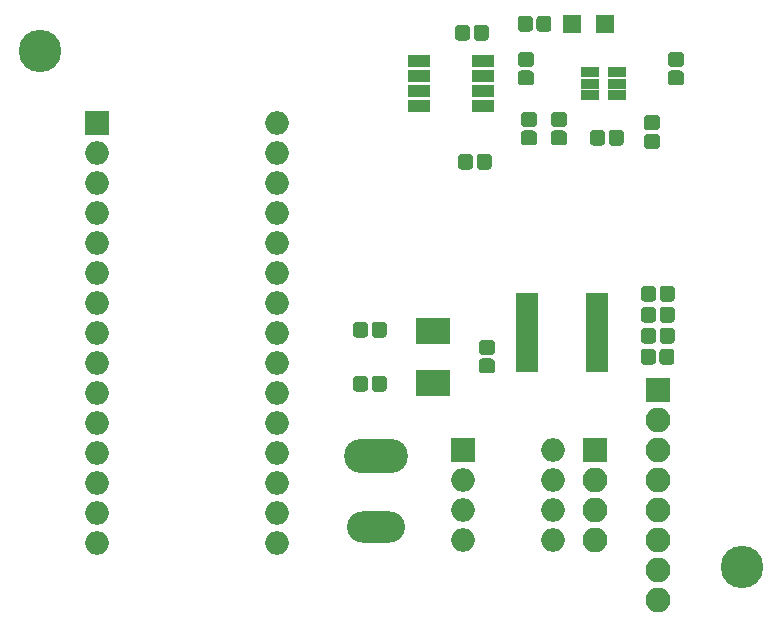
<source format=gbr>
G04 #@! TF.GenerationSoftware,KiCad,Pcbnew,(5.0.0)*
G04 #@! TF.CreationDate,2018-10-14T14:09:40-05:00*
G04 #@! TF.ProjectId,module-tester-board,6D6F64756C652D7465737465722D626F,rev?*
G04 #@! TF.SameCoordinates,Original*
G04 #@! TF.FileFunction,Soldermask,Top*
G04 #@! TF.FilePolarity,Negative*
%FSLAX46Y46*%
G04 Gerber Fmt 4.6, Leading zero omitted, Abs format (unit mm)*
G04 Created by KiCad (PCBNEW (5.0.0)) date 10/14/18 14:09:40*
%MOMM*%
%LPD*%
G01*
G04 APERTURE LIST*
%ADD10C,3.600000*%
%ADD11R,2.000000X2.000000*%
%ADD12O,2.000000X2.000000*%
%ADD13C,0.100000*%
%ADD14C,1.275000*%
%ADD15R,1.500000X1.500000*%
%ADD16R,2.100000X2.100000*%
%ADD17O,2.100000X2.100000*%
%ADD18O,5.400000X2.900000*%
%ADD19O,4.900000X2.650000*%
%ADD20R,1.619200X0.908000*%
%ADD21R,1.850000X0.850000*%
%ADD22R,1.950000X1.000000*%
%ADD23R,2.900000X2.300000*%
G04 APERTURE END LIST*
D10*
G04 #@! TO.C,*
X123190000Y-71374000D03*
G04 #@! TD*
D11*
G04 #@! TO.C,A1*
X128016000Y-77470000D03*
D12*
X143256000Y-110490000D03*
X128016000Y-80010000D03*
X143256000Y-107950000D03*
X128016000Y-82550000D03*
X143256000Y-105410000D03*
X128016000Y-85090000D03*
X143256000Y-102870000D03*
X128016000Y-87630000D03*
X143256000Y-100330000D03*
X128016000Y-90170000D03*
X143256000Y-97790000D03*
X128016000Y-92710000D03*
X143256000Y-95250000D03*
X128016000Y-95250000D03*
X143256000Y-92710000D03*
X128016000Y-97790000D03*
X143256000Y-90170000D03*
X128016000Y-100330000D03*
X143256000Y-87630000D03*
X128016000Y-102870000D03*
X143256000Y-85090000D03*
X128016000Y-105410000D03*
X143256000Y-82550000D03*
X128016000Y-107950000D03*
X143256000Y-80010000D03*
X128016000Y-110490000D03*
X143256000Y-77470000D03*
X128016000Y-113030000D03*
X143256000Y-113030000D03*
G04 #@! TD*
D13*
G04 #@! TO.C,C1*
G36*
X164725493Y-71474535D02*
X164756435Y-71479125D01*
X164786778Y-71486725D01*
X164816230Y-71497263D01*
X164844508Y-71510638D01*
X164871338Y-71526719D01*
X164896463Y-71545353D01*
X164919640Y-71566360D01*
X164940647Y-71589537D01*
X164959281Y-71614662D01*
X164975362Y-71641492D01*
X164988737Y-71669770D01*
X164999275Y-71699222D01*
X165006875Y-71729565D01*
X165011465Y-71760507D01*
X165013000Y-71791750D01*
X165013000Y-72429250D01*
X165011465Y-72460493D01*
X165006875Y-72491435D01*
X164999275Y-72521778D01*
X164988737Y-72551230D01*
X164975362Y-72579508D01*
X164959281Y-72606338D01*
X164940647Y-72631463D01*
X164919640Y-72654640D01*
X164896463Y-72675647D01*
X164871338Y-72694281D01*
X164844508Y-72710362D01*
X164816230Y-72723737D01*
X164786778Y-72734275D01*
X164756435Y-72741875D01*
X164725493Y-72746465D01*
X164694250Y-72748000D01*
X163981750Y-72748000D01*
X163950507Y-72746465D01*
X163919565Y-72741875D01*
X163889222Y-72734275D01*
X163859770Y-72723737D01*
X163831492Y-72710362D01*
X163804662Y-72694281D01*
X163779537Y-72675647D01*
X163756360Y-72654640D01*
X163735353Y-72631463D01*
X163716719Y-72606338D01*
X163700638Y-72579508D01*
X163687263Y-72551230D01*
X163676725Y-72521778D01*
X163669125Y-72491435D01*
X163664535Y-72460493D01*
X163663000Y-72429250D01*
X163663000Y-71791750D01*
X163664535Y-71760507D01*
X163669125Y-71729565D01*
X163676725Y-71699222D01*
X163687263Y-71669770D01*
X163700638Y-71641492D01*
X163716719Y-71614662D01*
X163735353Y-71589537D01*
X163756360Y-71566360D01*
X163779537Y-71545353D01*
X163804662Y-71526719D01*
X163831492Y-71510638D01*
X163859770Y-71497263D01*
X163889222Y-71486725D01*
X163919565Y-71479125D01*
X163950507Y-71474535D01*
X163981750Y-71473000D01*
X164694250Y-71473000D01*
X164725493Y-71474535D01*
X164725493Y-71474535D01*
G37*
D14*
X164338000Y-72110500D03*
D13*
G36*
X164725493Y-73049535D02*
X164756435Y-73054125D01*
X164786778Y-73061725D01*
X164816230Y-73072263D01*
X164844508Y-73085638D01*
X164871338Y-73101719D01*
X164896463Y-73120353D01*
X164919640Y-73141360D01*
X164940647Y-73164537D01*
X164959281Y-73189662D01*
X164975362Y-73216492D01*
X164988737Y-73244770D01*
X164999275Y-73274222D01*
X165006875Y-73304565D01*
X165011465Y-73335507D01*
X165013000Y-73366750D01*
X165013000Y-74004250D01*
X165011465Y-74035493D01*
X165006875Y-74066435D01*
X164999275Y-74096778D01*
X164988737Y-74126230D01*
X164975362Y-74154508D01*
X164959281Y-74181338D01*
X164940647Y-74206463D01*
X164919640Y-74229640D01*
X164896463Y-74250647D01*
X164871338Y-74269281D01*
X164844508Y-74285362D01*
X164816230Y-74298737D01*
X164786778Y-74309275D01*
X164756435Y-74316875D01*
X164725493Y-74321465D01*
X164694250Y-74323000D01*
X163981750Y-74323000D01*
X163950507Y-74321465D01*
X163919565Y-74316875D01*
X163889222Y-74309275D01*
X163859770Y-74298737D01*
X163831492Y-74285362D01*
X163804662Y-74269281D01*
X163779537Y-74250647D01*
X163756360Y-74229640D01*
X163735353Y-74206463D01*
X163716719Y-74181338D01*
X163700638Y-74154508D01*
X163687263Y-74126230D01*
X163676725Y-74096778D01*
X163669125Y-74066435D01*
X163664535Y-74035493D01*
X163663000Y-74004250D01*
X163663000Y-73366750D01*
X163664535Y-73335507D01*
X163669125Y-73304565D01*
X163676725Y-73274222D01*
X163687263Y-73244770D01*
X163700638Y-73216492D01*
X163716719Y-73189662D01*
X163735353Y-73164537D01*
X163756360Y-73141360D01*
X163779537Y-73120353D01*
X163804662Y-73101719D01*
X163831492Y-73085638D01*
X163859770Y-73072263D01*
X163889222Y-73061725D01*
X163919565Y-73054125D01*
X163950507Y-73049535D01*
X163981750Y-73048000D01*
X164694250Y-73048000D01*
X164725493Y-73049535D01*
X164725493Y-73049535D01*
G37*
D14*
X164338000Y-73685500D03*
G04 #@! TD*
D13*
G04 #@! TO.C,C2*
G36*
X164979493Y-76554535D02*
X165010435Y-76559125D01*
X165040778Y-76566725D01*
X165070230Y-76577263D01*
X165098508Y-76590638D01*
X165125338Y-76606719D01*
X165150463Y-76625353D01*
X165173640Y-76646360D01*
X165194647Y-76669537D01*
X165213281Y-76694662D01*
X165229362Y-76721492D01*
X165242737Y-76749770D01*
X165253275Y-76779222D01*
X165260875Y-76809565D01*
X165265465Y-76840507D01*
X165267000Y-76871750D01*
X165267000Y-77509250D01*
X165265465Y-77540493D01*
X165260875Y-77571435D01*
X165253275Y-77601778D01*
X165242737Y-77631230D01*
X165229362Y-77659508D01*
X165213281Y-77686338D01*
X165194647Y-77711463D01*
X165173640Y-77734640D01*
X165150463Y-77755647D01*
X165125338Y-77774281D01*
X165098508Y-77790362D01*
X165070230Y-77803737D01*
X165040778Y-77814275D01*
X165010435Y-77821875D01*
X164979493Y-77826465D01*
X164948250Y-77828000D01*
X164235750Y-77828000D01*
X164204507Y-77826465D01*
X164173565Y-77821875D01*
X164143222Y-77814275D01*
X164113770Y-77803737D01*
X164085492Y-77790362D01*
X164058662Y-77774281D01*
X164033537Y-77755647D01*
X164010360Y-77734640D01*
X163989353Y-77711463D01*
X163970719Y-77686338D01*
X163954638Y-77659508D01*
X163941263Y-77631230D01*
X163930725Y-77601778D01*
X163923125Y-77571435D01*
X163918535Y-77540493D01*
X163917000Y-77509250D01*
X163917000Y-76871750D01*
X163918535Y-76840507D01*
X163923125Y-76809565D01*
X163930725Y-76779222D01*
X163941263Y-76749770D01*
X163954638Y-76721492D01*
X163970719Y-76694662D01*
X163989353Y-76669537D01*
X164010360Y-76646360D01*
X164033537Y-76625353D01*
X164058662Y-76606719D01*
X164085492Y-76590638D01*
X164113770Y-76577263D01*
X164143222Y-76566725D01*
X164173565Y-76559125D01*
X164204507Y-76554535D01*
X164235750Y-76553000D01*
X164948250Y-76553000D01*
X164979493Y-76554535D01*
X164979493Y-76554535D01*
G37*
D14*
X164592000Y-77190500D03*
D13*
G36*
X164979493Y-78129535D02*
X165010435Y-78134125D01*
X165040778Y-78141725D01*
X165070230Y-78152263D01*
X165098508Y-78165638D01*
X165125338Y-78181719D01*
X165150463Y-78200353D01*
X165173640Y-78221360D01*
X165194647Y-78244537D01*
X165213281Y-78269662D01*
X165229362Y-78296492D01*
X165242737Y-78324770D01*
X165253275Y-78354222D01*
X165260875Y-78384565D01*
X165265465Y-78415507D01*
X165267000Y-78446750D01*
X165267000Y-79084250D01*
X165265465Y-79115493D01*
X165260875Y-79146435D01*
X165253275Y-79176778D01*
X165242737Y-79206230D01*
X165229362Y-79234508D01*
X165213281Y-79261338D01*
X165194647Y-79286463D01*
X165173640Y-79309640D01*
X165150463Y-79330647D01*
X165125338Y-79349281D01*
X165098508Y-79365362D01*
X165070230Y-79378737D01*
X165040778Y-79389275D01*
X165010435Y-79396875D01*
X164979493Y-79401465D01*
X164948250Y-79403000D01*
X164235750Y-79403000D01*
X164204507Y-79401465D01*
X164173565Y-79396875D01*
X164143222Y-79389275D01*
X164113770Y-79378737D01*
X164085492Y-79365362D01*
X164058662Y-79349281D01*
X164033537Y-79330647D01*
X164010360Y-79309640D01*
X163989353Y-79286463D01*
X163970719Y-79261338D01*
X163954638Y-79234508D01*
X163941263Y-79206230D01*
X163930725Y-79176778D01*
X163923125Y-79146435D01*
X163918535Y-79115493D01*
X163917000Y-79084250D01*
X163917000Y-78446750D01*
X163918535Y-78415507D01*
X163923125Y-78384565D01*
X163930725Y-78354222D01*
X163941263Y-78324770D01*
X163954638Y-78296492D01*
X163970719Y-78269662D01*
X163989353Y-78244537D01*
X164010360Y-78221360D01*
X164033537Y-78200353D01*
X164058662Y-78181719D01*
X164085492Y-78165638D01*
X164113770Y-78152263D01*
X164143222Y-78141725D01*
X164173565Y-78134125D01*
X164204507Y-78129535D01*
X164235750Y-78128000D01*
X164948250Y-78128000D01*
X164979493Y-78129535D01*
X164979493Y-78129535D01*
G37*
D14*
X164592000Y-78765500D03*
G04 #@! TD*
D13*
G04 #@! TO.C,C3*
G36*
X175393493Y-76834035D02*
X175424435Y-76838625D01*
X175454778Y-76846225D01*
X175484230Y-76856763D01*
X175512508Y-76870138D01*
X175539338Y-76886219D01*
X175564463Y-76904853D01*
X175587640Y-76925860D01*
X175608647Y-76949037D01*
X175627281Y-76974162D01*
X175643362Y-77000992D01*
X175656737Y-77029270D01*
X175667275Y-77058722D01*
X175674875Y-77089065D01*
X175679465Y-77120007D01*
X175681000Y-77151250D01*
X175681000Y-77788750D01*
X175679465Y-77819993D01*
X175674875Y-77850935D01*
X175667275Y-77881278D01*
X175656737Y-77910730D01*
X175643362Y-77939008D01*
X175627281Y-77965838D01*
X175608647Y-77990963D01*
X175587640Y-78014140D01*
X175564463Y-78035147D01*
X175539338Y-78053781D01*
X175512508Y-78069862D01*
X175484230Y-78083237D01*
X175454778Y-78093775D01*
X175424435Y-78101375D01*
X175393493Y-78105965D01*
X175362250Y-78107500D01*
X174649750Y-78107500D01*
X174618507Y-78105965D01*
X174587565Y-78101375D01*
X174557222Y-78093775D01*
X174527770Y-78083237D01*
X174499492Y-78069862D01*
X174472662Y-78053781D01*
X174447537Y-78035147D01*
X174424360Y-78014140D01*
X174403353Y-77990963D01*
X174384719Y-77965838D01*
X174368638Y-77939008D01*
X174355263Y-77910730D01*
X174344725Y-77881278D01*
X174337125Y-77850935D01*
X174332535Y-77819993D01*
X174331000Y-77788750D01*
X174331000Y-77151250D01*
X174332535Y-77120007D01*
X174337125Y-77089065D01*
X174344725Y-77058722D01*
X174355263Y-77029270D01*
X174368638Y-77000992D01*
X174384719Y-76974162D01*
X174403353Y-76949037D01*
X174424360Y-76925860D01*
X174447537Y-76904853D01*
X174472662Y-76886219D01*
X174499492Y-76870138D01*
X174527770Y-76856763D01*
X174557222Y-76846225D01*
X174587565Y-76838625D01*
X174618507Y-76834035D01*
X174649750Y-76832500D01*
X175362250Y-76832500D01*
X175393493Y-76834035D01*
X175393493Y-76834035D01*
G37*
D14*
X175006000Y-77470000D03*
D13*
G36*
X175393493Y-78409035D02*
X175424435Y-78413625D01*
X175454778Y-78421225D01*
X175484230Y-78431763D01*
X175512508Y-78445138D01*
X175539338Y-78461219D01*
X175564463Y-78479853D01*
X175587640Y-78500860D01*
X175608647Y-78524037D01*
X175627281Y-78549162D01*
X175643362Y-78575992D01*
X175656737Y-78604270D01*
X175667275Y-78633722D01*
X175674875Y-78664065D01*
X175679465Y-78695007D01*
X175681000Y-78726250D01*
X175681000Y-79363750D01*
X175679465Y-79394993D01*
X175674875Y-79425935D01*
X175667275Y-79456278D01*
X175656737Y-79485730D01*
X175643362Y-79514008D01*
X175627281Y-79540838D01*
X175608647Y-79565963D01*
X175587640Y-79589140D01*
X175564463Y-79610147D01*
X175539338Y-79628781D01*
X175512508Y-79644862D01*
X175484230Y-79658237D01*
X175454778Y-79668775D01*
X175424435Y-79676375D01*
X175393493Y-79680965D01*
X175362250Y-79682500D01*
X174649750Y-79682500D01*
X174618507Y-79680965D01*
X174587565Y-79676375D01*
X174557222Y-79668775D01*
X174527770Y-79658237D01*
X174499492Y-79644862D01*
X174472662Y-79628781D01*
X174447537Y-79610147D01*
X174424360Y-79589140D01*
X174403353Y-79565963D01*
X174384719Y-79540838D01*
X174368638Y-79514008D01*
X174355263Y-79485730D01*
X174344725Y-79456278D01*
X174337125Y-79425935D01*
X174332535Y-79394993D01*
X174331000Y-79363750D01*
X174331000Y-78726250D01*
X174332535Y-78695007D01*
X174337125Y-78664065D01*
X174344725Y-78633722D01*
X174355263Y-78604270D01*
X174368638Y-78575992D01*
X174384719Y-78549162D01*
X174403353Y-78524037D01*
X174424360Y-78500860D01*
X174447537Y-78479853D01*
X174472662Y-78461219D01*
X174499492Y-78445138D01*
X174527770Y-78431763D01*
X174557222Y-78421225D01*
X174587565Y-78413625D01*
X174618507Y-78409035D01*
X174649750Y-78407500D01*
X175362250Y-78407500D01*
X175393493Y-78409035D01*
X175393493Y-78409035D01*
G37*
D14*
X175006000Y-79045000D03*
G04 #@! TD*
D13*
G04 #@! TO.C,C4*
G36*
X177425493Y-71474535D02*
X177456435Y-71479125D01*
X177486778Y-71486725D01*
X177516230Y-71497263D01*
X177544508Y-71510638D01*
X177571338Y-71526719D01*
X177596463Y-71545353D01*
X177619640Y-71566360D01*
X177640647Y-71589537D01*
X177659281Y-71614662D01*
X177675362Y-71641492D01*
X177688737Y-71669770D01*
X177699275Y-71699222D01*
X177706875Y-71729565D01*
X177711465Y-71760507D01*
X177713000Y-71791750D01*
X177713000Y-72429250D01*
X177711465Y-72460493D01*
X177706875Y-72491435D01*
X177699275Y-72521778D01*
X177688737Y-72551230D01*
X177675362Y-72579508D01*
X177659281Y-72606338D01*
X177640647Y-72631463D01*
X177619640Y-72654640D01*
X177596463Y-72675647D01*
X177571338Y-72694281D01*
X177544508Y-72710362D01*
X177516230Y-72723737D01*
X177486778Y-72734275D01*
X177456435Y-72741875D01*
X177425493Y-72746465D01*
X177394250Y-72748000D01*
X176681750Y-72748000D01*
X176650507Y-72746465D01*
X176619565Y-72741875D01*
X176589222Y-72734275D01*
X176559770Y-72723737D01*
X176531492Y-72710362D01*
X176504662Y-72694281D01*
X176479537Y-72675647D01*
X176456360Y-72654640D01*
X176435353Y-72631463D01*
X176416719Y-72606338D01*
X176400638Y-72579508D01*
X176387263Y-72551230D01*
X176376725Y-72521778D01*
X176369125Y-72491435D01*
X176364535Y-72460493D01*
X176363000Y-72429250D01*
X176363000Y-71791750D01*
X176364535Y-71760507D01*
X176369125Y-71729565D01*
X176376725Y-71699222D01*
X176387263Y-71669770D01*
X176400638Y-71641492D01*
X176416719Y-71614662D01*
X176435353Y-71589537D01*
X176456360Y-71566360D01*
X176479537Y-71545353D01*
X176504662Y-71526719D01*
X176531492Y-71510638D01*
X176559770Y-71497263D01*
X176589222Y-71486725D01*
X176619565Y-71479125D01*
X176650507Y-71474535D01*
X176681750Y-71473000D01*
X177394250Y-71473000D01*
X177425493Y-71474535D01*
X177425493Y-71474535D01*
G37*
D14*
X177038000Y-72110500D03*
D13*
G36*
X177425493Y-73049535D02*
X177456435Y-73054125D01*
X177486778Y-73061725D01*
X177516230Y-73072263D01*
X177544508Y-73085638D01*
X177571338Y-73101719D01*
X177596463Y-73120353D01*
X177619640Y-73141360D01*
X177640647Y-73164537D01*
X177659281Y-73189662D01*
X177675362Y-73216492D01*
X177688737Y-73244770D01*
X177699275Y-73274222D01*
X177706875Y-73304565D01*
X177711465Y-73335507D01*
X177713000Y-73366750D01*
X177713000Y-74004250D01*
X177711465Y-74035493D01*
X177706875Y-74066435D01*
X177699275Y-74096778D01*
X177688737Y-74126230D01*
X177675362Y-74154508D01*
X177659281Y-74181338D01*
X177640647Y-74206463D01*
X177619640Y-74229640D01*
X177596463Y-74250647D01*
X177571338Y-74269281D01*
X177544508Y-74285362D01*
X177516230Y-74298737D01*
X177486778Y-74309275D01*
X177456435Y-74316875D01*
X177425493Y-74321465D01*
X177394250Y-74323000D01*
X176681750Y-74323000D01*
X176650507Y-74321465D01*
X176619565Y-74316875D01*
X176589222Y-74309275D01*
X176559770Y-74298737D01*
X176531492Y-74285362D01*
X176504662Y-74269281D01*
X176479537Y-74250647D01*
X176456360Y-74229640D01*
X176435353Y-74206463D01*
X176416719Y-74181338D01*
X176400638Y-74154508D01*
X176387263Y-74126230D01*
X176376725Y-74096778D01*
X176369125Y-74066435D01*
X176364535Y-74035493D01*
X176363000Y-74004250D01*
X176363000Y-73366750D01*
X176364535Y-73335507D01*
X176369125Y-73304565D01*
X176376725Y-73274222D01*
X176387263Y-73244770D01*
X176400638Y-73216492D01*
X176416719Y-73189662D01*
X176435353Y-73164537D01*
X176456360Y-73141360D01*
X176479537Y-73120353D01*
X176504662Y-73101719D01*
X176531492Y-73085638D01*
X176559770Y-73072263D01*
X176589222Y-73061725D01*
X176619565Y-73054125D01*
X176650507Y-73049535D01*
X176681750Y-73048000D01*
X177394250Y-73048000D01*
X177425493Y-73049535D01*
X177425493Y-73049535D01*
G37*
D14*
X177038000Y-73685500D03*
G04 #@! TD*
D13*
G04 #@! TO.C,C5*
G36*
X152267493Y-94322535D02*
X152298435Y-94327125D01*
X152328778Y-94334725D01*
X152358230Y-94345263D01*
X152386508Y-94358638D01*
X152413338Y-94374719D01*
X152438463Y-94393353D01*
X152461640Y-94414360D01*
X152482647Y-94437537D01*
X152501281Y-94462662D01*
X152517362Y-94489492D01*
X152530737Y-94517770D01*
X152541275Y-94547222D01*
X152548875Y-94577565D01*
X152553465Y-94608507D01*
X152555000Y-94639750D01*
X152555000Y-95352250D01*
X152553465Y-95383493D01*
X152548875Y-95414435D01*
X152541275Y-95444778D01*
X152530737Y-95474230D01*
X152517362Y-95502508D01*
X152501281Y-95529338D01*
X152482647Y-95554463D01*
X152461640Y-95577640D01*
X152438463Y-95598647D01*
X152413338Y-95617281D01*
X152386508Y-95633362D01*
X152358230Y-95646737D01*
X152328778Y-95657275D01*
X152298435Y-95664875D01*
X152267493Y-95669465D01*
X152236250Y-95671000D01*
X151598750Y-95671000D01*
X151567507Y-95669465D01*
X151536565Y-95664875D01*
X151506222Y-95657275D01*
X151476770Y-95646737D01*
X151448492Y-95633362D01*
X151421662Y-95617281D01*
X151396537Y-95598647D01*
X151373360Y-95577640D01*
X151352353Y-95554463D01*
X151333719Y-95529338D01*
X151317638Y-95502508D01*
X151304263Y-95474230D01*
X151293725Y-95444778D01*
X151286125Y-95414435D01*
X151281535Y-95383493D01*
X151280000Y-95352250D01*
X151280000Y-94639750D01*
X151281535Y-94608507D01*
X151286125Y-94577565D01*
X151293725Y-94547222D01*
X151304263Y-94517770D01*
X151317638Y-94489492D01*
X151333719Y-94462662D01*
X151352353Y-94437537D01*
X151373360Y-94414360D01*
X151396537Y-94393353D01*
X151421662Y-94374719D01*
X151448492Y-94358638D01*
X151476770Y-94345263D01*
X151506222Y-94334725D01*
X151536565Y-94327125D01*
X151567507Y-94322535D01*
X151598750Y-94321000D01*
X152236250Y-94321000D01*
X152267493Y-94322535D01*
X152267493Y-94322535D01*
G37*
D14*
X151917500Y-94996000D03*
D13*
G36*
X150692493Y-94322535D02*
X150723435Y-94327125D01*
X150753778Y-94334725D01*
X150783230Y-94345263D01*
X150811508Y-94358638D01*
X150838338Y-94374719D01*
X150863463Y-94393353D01*
X150886640Y-94414360D01*
X150907647Y-94437537D01*
X150926281Y-94462662D01*
X150942362Y-94489492D01*
X150955737Y-94517770D01*
X150966275Y-94547222D01*
X150973875Y-94577565D01*
X150978465Y-94608507D01*
X150980000Y-94639750D01*
X150980000Y-95352250D01*
X150978465Y-95383493D01*
X150973875Y-95414435D01*
X150966275Y-95444778D01*
X150955737Y-95474230D01*
X150942362Y-95502508D01*
X150926281Y-95529338D01*
X150907647Y-95554463D01*
X150886640Y-95577640D01*
X150863463Y-95598647D01*
X150838338Y-95617281D01*
X150811508Y-95633362D01*
X150783230Y-95646737D01*
X150753778Y-95657275D01*
X150723435Y-95664875D01*
X150692493Y-95669465D01*
X150661250Y-95671000D01*
X150023750Y-95671000D01*
X149992507Y-95669465D01*
X149961565Y-95664875D01*
X149931222Y-95657275D01*
X149901770Y-95646737D01*
X149873492Y-95633362D01*
X149846662Y-95617281D01*
X149821537Y-95598647D01*
X149798360Y-95577640D01*
X149777353Y-95554463D01*
X149758719Y-95529338D01*
X149742638Y-95502508D01*
X149729263Y-95474230D01*
X149718725Y-95444778D01*
X149711125Y-95414435D01*
X149706535Y-95383493D01*
X149705000Y-95352250D01*
X149705000Y-94639750D01*
X149706535Y-94608507D01*
X149711125Y-94577565D01*
X149718725Y-94547222D01*
X149729263Y-94517770D01*
X149742638Y-94489492D01*
X149758719Y-94462662D01*
X149777353Y-94437537D01*
X149798360Y-94414360D01*
X149821537Y-94393353D01*
X149846662Y-94374719D01*
X149873492Y-94358638D01*
X149901770Y-94345263D01*
X149931222Y-94334725D01*
X149961565Y-94327125D01*
X149992507Y-94322535D01*
X150023750Y-94321000D01*
X150661250Y-94321000D01*
X150692493Y-94322535D01*
X150692493Y-94322535D01*
G37*
D14*
X150342500Y-94996000D03*
G04 #@! TD*
D13*
G04 #@! TO.C,C6*
G36*
X150692493Y-98894535D02*
X150723435Y-98899125D01*
X150753778Y-98906725D01*
X150783230Y-98917263D01*
X150811508Y-98930638D01*
X150838338Y-98946719D01*
X150863463Y-98965353D01*
X150886640Y-98986360D01*
X150907647Y-99009537D01*
X150926281Y-99034662D01*
X150942362Y-99061492D01*
X150955737Y-99089770D01*
X150966275Y-99119222D01*
X150973875Y-99149565D01*
X150978465Y-99180507D01*
X150980000Y-99211750D01*
X150980000Y-99924250D01*
X150978465Y-99955493D01*
X150973875Y-99986435D01*
X150966275Y-100016778D01*
X150955737Y-100046230D01*
X150942362Y-100074508D01*
X150926281Y-100101338D01*
X150907647Y-100126463D01*
X150886640Y-100149640D01*
X150863463Y-100170647D01*
X150838338Y-100189281D01*
X150811508Y-100205362D01*
X150783230Y-100218737D01*
X150753778Y-100229275D01*
X150723435Y-100236875D01*
X150692493Y-100241465D01*
X150661250Y-100243000D01*
X150023750Y-100243000D01*
X149992507Y-100241465D01*
X149961565Y-100236875D01*
X149931222Y-100229275D01*
X149901770Y-100218737D01*
X149873492Y-100205362D01*
X149846662Y-100189281D01*
X149821537Y-100170647D01*
X149798360Y-100149640D01*
X149777353Y-100126463D01*
X149758719Y-100101338D01*
X149742638Y-100074508D01*
X149729263Y-100046230D01*
X149718725Y-100016778D01*
X149711125Y-99986435D01*
X149706535Y-99955493D01*
X149705000Y-99924250D01*
X149705000Y-99211750D01*
X149706535Y-99180507D01*
X149711125Y-99149565D01*
X149718725Y-99119222D01*
X149729263Y-99089770D01*
X149742638Y-99061492D01*
X149758719Y-99034662D01*
X149777353Y-99009537D01*
X149798360Y-98986360D01*
X149821537Y-98965353D01*
X149846662Y-98946719D01*
X149873492Y-98930638D01*
X149901770Y-98917263D01*
X149931222Y-98906725D01*
X149961565Y-98899125D01*
X149992507Y-98894535D01*
X150023750Y-98893000D01*
X150661250Y-98893000D01*
X150692493Y-98894535D01*
X150692493Y-98894535D01*
G37*
D14*
X150342500Y-99568000D03*
D13*
G36*
X152267493Y-98894535D02*
X152298435Y-98899125D01*
X152328778Y-98906725D01*
X152358230Y-98917263D01*
X152386508Y-98930638D01*
X152413338Y-98946719D01*
X152438463Y-98965353D01*
X152461640Y-98986360D01*
X152482647Y-99009537D01*
X152501281Y-99034662D01*
X152517362Y-99061492D01*
X152530737Y-99089770D01*
X152541275Y-99119222D01*
X152548875Y-99149565D01*
X152553465Y-99180507D01*
X152555000Y-99211750D01*
X152555000Y-99924250D01*
X152553465Y-99955493D01*
X152548875Y-99986435D01*
X152541275Y-100016778D01*
X152530737Y-100046230D01*
X152517362Y-100074508D01*
X152501281Y-100101338D01*
X152482647Y-100126463D01*
X152461640Y-100149640D01*
X152438463Y-100170647D01*
X152413338Y-100189281D01*
X152386508Y-100205362D01*
X152358230Y-100218737D01*
X152328778Y-100229275D01*
X152298435Y-100236875D01*
X152267493Y-100241465D01*
X152236250Y-100243000D01*
X151598750Y-100243000D01*
X151567507Y-100241465D01*
X151536565Y-100236875D01*
X151506222Y-100229275D01*
X151476770Y-100218737D01*
X151448492Y-100205362D01*
X151421662Y-100189281D01*
X151396537Y-100170647D01*
X151373360Y-100149640D01*
X151352353Y-100126463D01*
X151333719Y-100101338D01*
X151317638Y-100074508D01*
X151304263Y-100046230D01*
X151293725Y-100016778D01*
X151286125Y-99986435D01*
X151281535Y-99955493D01*
X151280000Y-99924250D01*
X151280000Y-99211750D01*
X151281535Y-99180507D01*
X151286125Y-99149565D01*
X151293725Y-99119222D01*
X151304263Y-99089770D01*
X151317638Y-99061492D01*
X151333719Y-99034662D01*
X151352353Y-99009537D01*
X151373360Y-98986360D01*
X151396537Y-98965353D01*
X151421662Y-98946719D01*
X151448492Y-98930638D01*
X151476770Y-98917263D01*
X151506222Y-98906725D01*
X151536565Y-98899125D01*
X151567507Y-98894535D01*
X151598750Y-98893000D01*
X152236250Y-98893000D01*
X152267493Y-98894535D01*
X152267493Y-98894535D01*
G37*
D14*
X151917500Y-99568000D03*
G04 #@! TD*
D13*
G04 #@! TO.C,C7*
G36*
X175050993Y-96608535D02*
X175081935Y-96613125D01*
X175112278Y-96620725D01*
X175141730Y-96631263D01*
X175170008Y-96644638D01*
X175196838Y-96660719D01*
X175221963Y-96679353D01*
X175245140Y-96700360D01*
X175266147Y-96723537D01*
X175284781Y-96748662D01*
X175300862Y-96775492D01*
X175314237Y-96803770D01*
X175324775Y-96833222D01*
X175332375Y-96863565D01*
X175336965Y-96894507D01*
X175338500Y-96925750D01*
X175338500Y-97638250D01*
X175336965Y-97669493D01*
X175332375Y-97700435D01*
X175324775Y-97730778D01*
X175314237Y-97760230D01*
X175300862Y-97788508D01*
X175284781Y-97815338D01*
X175266147Y-97840463D01*
X175245140Y-97863640D01*
X175221963Y-97884647D01*
X175196838Y-97903281D01*
X175170008Y-97919362D01*
X175141730Y-97932737D01*
X175112278Y-97943275D01*
X175081935Y-97950875D01*
X175050993Y-97955465D01*
X175019750Y-97957000D01*
X174382250Y-97957000D01*
X174351007Y-97955465D01*
X174320065Y-97950875D01*
X174289722Y-97943275D01*
X174260270Y-97932737D01*
X174231992Y-97919362D01*
X174205162Y-97903281D01*
X174180037Y-97884647D01*
X174156860Y-97863640D01*
X174135853Y-97840463D01*
X174117219Y-97815338D01*
X174101138Y-97788508D01*
X174087763Y-97760230D01*
X174077225Y-97730778D01*
X174069625Y-97700435D01*
X174065035Y-97669493D01*
X174063500Y-97638250D01*
X174063500Y-96925750D01*
X174065035Y-96894507D01*
X174069625Y-96863565D01*
X174077225Y-96833222D01*
X174087763Y-96803770D01*
X174101138Y-96775492D01*
X174117219Y-96748662D01*
X174135853Y-96723537D01*
X174156860Y-96700360D01*
X174180037Y-96679353D01*
X174205162Y-96660719D01*
X174231992Y-96644638D01*
X174260270Y-96631263D01*
X174289722Y-96620725D01*
X174320065Y-96613125D01*
X174351007Y-96608535D01*
X174382250Y-96607000D01*
X175019750Y-96607000D01*
X175050993Y-96608535D01*
X175050993Y-96608535D01*
G37*
D14*
X174701000Y-97282000D03*
D13*
G36*
X176625993Y-96608535D02*
X176656935Y-96613125D01*
X176687278Y-96620725D01*
X176716730Y-96631263D01*
X176745008Y-96644638D01*
X176771838Y-96660719D01*
X176796963Y-96679353D01*
X176820140Y-96700360D01*
X176841147Y-96723537D01*
X176859781Y-96748662D01*
X176875862Y-96775492D01*
X176889237Y-96803770D01*
X176899775Y-96833222D01*
X176907375Y-96863565D01*
X176911965Y-96894507D01*
X176913500Y-96925750D01*
X176913500Y-97638250D01*
X176911965Y-97669493D01*
X176907375Y-97700435D01*
X176899775Y-97730778D01*
X176889237Y-97760230D01*
X176875862Y-97788508D01*
X176859781Y-97815338D01*
X176841147Y-97840463D01*
X176820140Y-97863640D01*
X176796963Y-97884647D01*
X176771838Y-97903281D01*
X176745008Y-97919362D01*
X176716730Y-97932737D01*
X176687278Y-97943275D01*
X176656935Y-97950875D01*
X176625993Y-97955465D01*
X176594750Y-97957000D01*
X175957250Y-97957000D01*
X175926007Y-97955465D01*
X175895065Y-97950875D01*
X175864722Y-97943275D01*
X175835270Y-97932737D01*
X175806992Y-97919362D01*
X175780162Y-97903281D01*
X175755037Y-97884647D01*
X175731860Y-97863640D01*
X175710853Y-97840463D01*
X175692219Y-97815338D01*
X175676138Y-97788508D01*
X175662763Y-97760230D01*
X175652225Y-97730778D01*
X175644625Y-97700435D01*
X175640035Y-97669493D01*
X175638500Y-97638250D01*
X175638500Y-96925750D01*
X175640035Y-96894507D01*
X175644625Y-96863565D01*
X175652225Y-96833222D01*
X175662763Y-96803770D01*
X175676138Y-96775492D01*
X175692219Y-96748662D01*
X175710853Y-96723537D01*
X175731860Y-96700360D01*
X175755037Y-96679353D01*
X175780162Y-96660719D01*
X175806992Y-96644638D01*
X175835270Y-96631263D01*
X175864722Y-96620725D01*
X175895065Y-96613125D01*
X175926007Y-96608535D01*
X175957250Y-96607000D01*
X176594750Y-96607000D01*
X176625993Y-96608535D01*
X176625993Y-96608535D01*
G37*
D14*
X176276000Y-97282000D03*
G04 #@! TD*
D15*
G04 #@! TO.C,D1*
X171072000Y-69088000D03*
X168272000Y-69088000D03*
G04 #@! TD*
D13*
G04 #@! TO.C,D2*
G36*
X175076493Y-91274535D02*
X175107435Y-91279125D01*
X175137778Y-91286725D01*
X175167230Y-91297263D01*
X175195508Y-91310638D01*
X175222338Y-91326719D01*
X175247463Y-91345353D01*
X175270640Y-91366360D01*
X175291647Y-91389537D01*
X175310281Y-91414662D01*
X175326362Y-91441492D01*
X175339737Y-91469770D01*
X175350275Y-91499222D01*
X175357875Y-91529565D01*
X175362465Y-91560507D01*
X175364000Y-91591750D01*
X175364000Y-92304250D01*
X175362465Y-92335493D01*
X175357875Y-92366435D01*
X175350275Y-92396778D01*
X175339737Y-92426230D01*
X175326362Y-92454508D01*
X175310281Y-92481338D01*
X175291647Y-92506463D01*
X175270640Y-92529640D01*
X175247463Y-92550647D01*
X175222338Y-92569281D01*
X175195508Y-92585362D01*
X175167230Y-92598737D01*
X175137778Y-92609275D01*
X175107435Y-92616875D01*
X175076493Y-92621465D01*
X175045250Y-92623000D01*
X174407750Y-92623000D01*
X174376507Y-92621465D01*
X174345565Y-92616875D01*
X174315222Y-92609275D01*
X174285770Y-92598737D01*
X174257492Y-92585362D01*
X174230662Y-92569281D01*
X174205537Y-92550647D01*
X174182360Y-92529640D01*
X174161353Y-92506463D01*
X174142719Y-92481338D01*
X174126638Y-92454508D01*
X174113263Y-92426230D01*
X174102725Y-92396778D01*
X174095125Y-92366435D01*
X174090535Y-92335493D01*
X174089000Y-92304250D01*
X174089000Y-91591750D01*
X174090535Y-91560507D01*
X174095125Y-91529565D01*
X174102725Y-91499222D01*
X174113263Y-91469770D01*
X174126638Y-91441492D01*
X174142719Y-91414662D01*
X174161353Y-91389537D01*
X174182360Y-91366360D01*
X174205537Y-91345353D01*
X174230662Y-91326719D01*
X174257492Y-91310638D01*
X174285770Y-91297263D01*
X174315222Y-91286725D01*
X174345565Y-91279125D01*
X174376507Y-91274535D01*
X174407750Y-91273000D01*
X175045250Y-91273000D01*
X175076493Y-91274535D01*
X175076493Y-91274535D01*
G37*
D14*
X174726500Y-91948000D03*
D13*
G36*
X176651493Y-91274535D02*
X176682435Y-91279125D01*
X176712778Y-91286725D01*
X176742230Y-91297263D01*
X176770508Y-91310638D01*
X176797338Y-91326719D01*
X176822463Y-91345353D01*
X176845640Y-91366360D01*
X176866647Y-91389537D01*
X176885281Y-91414662D01*
X176901362Y-91441492D01*
X176914737Y-91469770D01*
X176925275Y-91499222D01*
X176932875Y-91529565D01*
X176937465Y-91560507D01*
X176939000Y-91591750D01*
X176939000Y-92304250D01*
X176937465Y-92335493D01*
X176932875Y-92366435D01*
X176925275Y-92396778D01*
X176914737Y-92426230D01*
X176901362Y-92454508D01*
X176885281Y-92481338D01*
X176866647Y-92506463D01*
X176845640Y-92529640D01*
X176822463Y-92550647D01*
X176797338Y-92569281D01*
X176770508Y-92585362D01*
X176742230Y-92598737D01*
X176712778Y-92609275D01*
X176682435Y-92616875D01*
X176651493Y-92621465D01*
X176620250Y-92623000D01*
X175982750Y-92623000D01*
X175951507Y-92621465D01*
X175920565Y-92616875D01*
X175890222Y-92609275D01*
X175860770Y-92598737D01*
X175832492Y-92585362D01*
X175805662Y-92569281D01*
X175780537Y-92550647D01*
X175757360Y-92529640D01*
X175736353Y-92506463D01*
X175717719Y-92481338D01*
X175701638Y-92454508D01*
X175688263Y-92426230D01*
X175677725Y-92396778D01*
X175670125Y-92366435D01*
X175665535Y-92335493D01*
X175664000Y-92304250D01*
X175664000Y-91591750D01*
X175665535Y-91560507D01*
X175670125Y-91529565D01*
X175677725Y-91499222D01*
X175688263Y-91469770D01*
X175701638Y-91441492D01*
X175717719Y-91414662D01*
X175736353Y-91389537D01*
X175757360Y-91366360D01*
X175780537Y-91345353D01*
X175805662Y-91326719D01*
X175832492Y-91310638D01*
X175860770Y-91297263D01*
X175890222Y-91286725D01*
X175920565Y-91279125D01*
X175951507Y-91274535D01*
X175982750Y-91273000D01*
X176620250Y-91273000D01*
X176651493Y-91274535D01*
X176651493Y-91274535D01*
G37*
D14*
X176301500Y-91948000D03*
G04 #@! TD*
D16*
G04 #@! TO.C,J1*
X175514000Y-100076000D03*
D17*
X175514000Y-102616000D03*
X175514000Y-105156000D03*
X175514000Y-107696000D03*
X175514000Y-110236000D03*
X175514000Y-112776000D03*
X175514000Y-115316000D03*
X175514000Y-117856000D03*
G04 #@! TD*
D18*
G04 #@! TO.C,J2*
X151638000Y-105664000D03*
D19*
X151638000Y-111664000D03*
G04 #@! TD*
D16*
G04 #@! TO.C,J4*
X170180000Y-105156000D03*
D17*
X170180000Y-107696000D03*
X170180000Y-110236000D03*
X170180000Y-112776000D03*
G04 #@! TD*
D13*
G04 #@! TO.C,L1*
G36*
X164636993Y-68414535D02*
X164667935Y-68419125D01*
X164698278Y-68426725D01*
X164727730Y-68437263D01*
X164756008Y-68450638D01*
X164782838Y-68466719D01*
X164807963Y-68485353D01*
X164831140Y-68506360D01*
X164852147Y-68529537D01*
X164870781Y-68554662D01*
X164886862Y-68581492D01*
X164900237Y-68609770D01*
X164910775Y-68639222D01*
X164918375Y-68669565D01*
X164922965Y-68700507D01*
X164924500Y-68731750D01*
X164924500Y-69444250D01*
X164922965Y-69475493D01*
X164918375Y-69506435D01*
X164910775Y-69536778D01*
X164900237Y-69566230D01*
X164886862Y-69594508D01*
X164870781Y-69621338D01*
X164852147Y-69646463D01*
X164831140Y-69669640D01*
X164807963Y-69690647D01*
X164782838Y-69709281D01*
X164756008Y-69725362D01*
X164727730Y-69738737D01*
X164698278Y-69749275D01*
X164667935Y-69756875D01*
X164636993Y-69761465D01*
X164605750Y-69763000D01*
X163968250Y-69763000D01*
X163937007Y-69761465D01*
X163906065Y-69756875D01*
X163875722Y-69749275D01*
X163846270Y-69738737D01*
X163817992Y-69725362D01*
X163791162Y-69709281D01*
X163766037Y-69690647D01*
X163742860Y-69669640D01*
X163721853Y-69646463D01*
X163703219Y-69621338D01*
X163687138Y-69594508D01*
X163673763Y-69566230D01*
X163663225Y-69536778D01*
X163655625Y-69506435D01*
X163651035Y-69475493D01*
X163649500Y-69444250D01*
X163649500Y-68731750D01*
X163651035Y-68700507D01*
X163655625Y-68669565D01*
X163663225Y-68639222D01*
X163673763Y-68609770D01*
X163687138Y-68581492D01*
X163703219Y-68554662D01*
X163721853Y-68529537D01*
X163742860Y-68506360D01*
X163766037Y-68485353D01*
X163791162Y-68466719D01*
X163817992Y-68450638D01*
X163846270Y-68437263D01*
X163875722Y-68426725D01*
X163906065Y-68419125D01*
X163937007Y-68414535D01*
X163968250Y-68413000D01*
X164605750Y-68413000D01*
X164636993Y-68414535D01*
X164636993Y-68414535D01*
G37*
D14*
X164287000Y-69088000D03*
D13*
G36*
X166211993Y-68414535D02*
X166242935Y-68419125D01*
X166273278Y-68426725D01*
X166302730Y-68437263D01*
X166331008Y-68450638D01*
X166357838Y-68466719D01*
X166382963Y-68485353D01*
X166406140Y-68506360D01*
X166427147Y-68529537D01*
X166445781Y-68554662D01*
X166461862Y-68581492D01*
X166475237Y-68609770D01*
X166485775Y-68639222D01*
X166493375Y-68669565D01*
X166497965Y-68700507D01*
X166499500Y-68731750D01*
X166499500Y-69444250D01*
X166497965Y-69475493D01*
X166493375Y-69506435D01*
X166485775Y-69536778D01*
X166475237Y-69566230D01*
X166461862Y-69594508D01*
X166445781Y-69621338D01*
X166427147Y-69646463D01*
X166406140Y-69669640D01*
X166382963Y-69690647D01*
X166357838Y-69709281D01*
X166331008Y-69725362D01*
X166302730Y-69738737D01*
X166273278Y-69749275D01*
X166242935Y-69756875D01*
X166211993Y-69761465D01*
X166180750Y-69763000D01*
X165543250Y-69763000D01*
X165512007Y-69761465D01*
X165481065Y-69756875D01*
X165450722Y-69749275D01*
X165421270Y-69738737D01*
X165392992Y-69725362D01*
X165366162Y-69709281D01*
X165341037Y-69690647D01*
X165317860Y-69669640D01*
X165296853Y-69646463D01*
X165278219Y-69621338D01*
X165262138Y-69594508D01*
X165248763Y-69566230D01*
X165238225Y-69536778D01*
X165230625Y-69506435D01*
X165226035Y-69475493D01*
X165224500Y-69444250D01*
X165224500Y-68731750D01*
X165226035Y-68700507D01*
X165230625Y-68669565D01*
X165238225Y-68639222D01*
X165248763Y-68609770D01*
X165262138Y-68581492D01*
X165278219Y-68554662D01*
X165296853Y-68529537D01*
X165317860Y-68506360D01*
X165341037Y-68485353D01*
X165366162Y-68466719D01*
X165392992Y-68450638D01*
X165421270Y-68437263D01*
X165450722Y-68426725D01*
X165481065Y-68419125D01*
X165512007Y-68414535D01*
X165543250Y-68413000D01*
X166180750Y-68413000D01*
X166211993Y-68414535D01*
X166211993Y-68414535D01*
G37*
D14*
X165862000Y-69088000D03*
G04 #@! TD*
D13*
G04 #@! TO.C,R1*
G36*
X161423493Y-97433535D02*
X161454435Y-97438125D01*
X161484778Y-97445725D01*
X161514230Y-97456263D01*
X161542508Y-97469638D01*
X161569338Y-97485719D01*
X161594463Y-97504353D01*
X161617640Y-97525360D01*
X161638647Y-97548537D01*
X161657281Y-97573662D01*
X161673362Y-97600492D01*
X161686737Y-97628770D01*
X161697275Y-97658222D01*
X161704875Y-97688565D01*
X161709465Y-97719507D01*
X161711000Y-97750750D01*
X161711000Y-98388250D01*
X161709465Y-98419493D01*
X161704875Y-98450435D01*
X161697275Y-98480778D01*
X161686737Y-98510230D01*
X161673362Y-98538508D01*
X161657281Y-98565338D01*
X161638647Y-98590463D01*
X161617640Y-98613640D01*
X161594463Y-98634647D01*
X161569338Y-98653281D01*
X161542508Y-98669362D01*
X161514230Y-98682737D01*
X161484778Y-98693275D01*
X161454435Y-98700875D01*
X161423493Y-98705465D01*
X161392250Y-98707000D01*
X160679750Y-98707000D01*
X160648507Y-98705465D01*
X160617565Y-98700875D01*
X160587222Y-98693275D01*
X160557770Y-98682737D01*
X160529492Y-98669362D01*
X160502662Y-98653281D01*
X160477537Y-98634647D01*
X160454360Y-98613640D01*
X160433353Y-98590463D01*
X160414719Y-98565338D01*
X160398638Y-98538508D01*
X160385263Y-98510230D01*
X160374725Y-98480778D01*
X160367125Y-98450435D01*
X160362535Y-98419493D01*
X160361000Y-98388250D01*
X160361000Y-97750750D01*
X160362535Y-97719507D01*
X160367125Y-97688565D01*
X160374725Y-97658222D01*
X160385263Y-97628770D01*
X160398638Y-97600492D01*
X160414719Y-97573662D01*
X160433353Y-97548537D01*
X160454360Y-97525360D01*
X160477537Y-97504353D01*
X160502662Y-97485719D01*
X160529492Y-97469638D01*
X160557770Y-97456263D01*
X160587222Y-97445725D01*
X160617565Y-97438125D01*
X160648507Y-97433535D01*
X160679750Y-97432000D01*
X161392250Y-97432000D01*
X161423493Y-97433535D01*
X161423493Y-97433535D01*
G37*
D14*
X161036000Y-98069500D03*
D13*
G36*
X161423493Y-95858535D02*
X161454435Y-95863125D01*
X161484778Y-95870725D01*
X161514230Y-95881263D01*
X161542508Y-95894638D01*
X161569338Y-95910719D01*
X161594463Y-95929353D01*
X161617640Y-95950360D01*
X161638647Y-95973537D01*
X161657281Y-95998662D01*
X161673362Y-96025492D01*
X161686737Y-96053770D01*
X161697275Y-96083222D01*
X161704875Y-96113565D01*
X161709465Y-96144507D01*
X161711000Y-96175750D01*
X161711000Y-96813250D01*
X161709465Y-96844493D01*
X161704875Y-96875435D01*
X161697275Y-96905778D01*
X161686737Y-96935230D01*
X161673362Y-96963508D01*
X161657281Y-96990338D01*
X161638647Y-97015463D01*
X161617640Y-97038640D01*
X161594463Y-97059647D01*
X161569338Y-97078281D01*
X161542508Y-97094362D01*
X161514230Y-97107737D01*
X161484778Y-97118275D01*
X161454435Y-97125875D01*
X161423493Y-97130465D01*
X161392250Y-97132000D01*
X160679750Y-97132000D01*
X160648507Y-97130465D01*
X160617565Y-97125875D01*
X160587222Y-97118275D01*
X160557770Y-97107737D01*
X160529492Y-97094362D01*
X160502662Y-97078281D01*
X160477537Y-97059647D01*
X160454360Y-97038640D01*
X160433353Y-97015463D01*
X160414719Y-96990338D01*
X160398638Y-96963508D01*
X160385263Y-96935230D01*
X160374725Y-96905778D01*
X160367125Y-96875435D01*
X160362535Y-96844493D01*
X160361000Y-96813250D01*
X160361000Y-96175750D01*
X160362535Y-96144507D01*
X160367125Y-96113565D01*
X160374725Y-96083222D01*
X160385263Y-96053770D01*
X160398638Y-96025492D01*
X160414719Y-95998662D01*
X160433353Y-95973537D01*
X160454360Y-95950360D01*
X160477537Y-95929353D01*
X160502662Y-95910719D01*
X160529492Y-95894638D01*
X160557770Y-95881263D01*
X160587222Y-95870725D01*
X160617565Y-95863125D01*
X160648507Y-95858535D01*
X160679750Y-95857000D01*
X161392250Y-95857000D01*
X161423493Y-95858535D01*
X161423493Y-95858535D01*
G37*
D14*
X161036000Y-96494500D03*
G04 #@! TD*
D13*
G04 #@! TO.C,R2*
G36*
X167519493Y-76554535D02*
X167550435Y-76559125D01*
X167580778Y-76566725D01*
X167610230Y-76577263D01*
X167638508Y-76590638D01*
X167665338Y-76606719D01*
X167690463Y-76625353D01*
X167713640Y-76646360D01*
X167734647Y-76669537D01*
X167753281Y-76694662D01*
X167769362Y-76721492D01*
X167782737Y-76749770D01*
X167793275Y-76779222D01*
X167800875Y-76809565D01*
X167805465Y-76840507D01*
X167807000Y-76871750D01*
X167807000Y-77509250D01*
X167805465Y-77540493D01*
X167800875Y-77571435D01*
X167793275Y-77601778D01*
X167782737Y-77631230D01*
X167769362Y-77659508D01*
X167753281Y-77686338D01*
X167734647Y-77711463D01*
X167713640Y-77734640D01*
X167690463Y-77755647D01*
X167665338Y-77774281D01*
X167638508Y-77790362D01*
X167610230Y-77803737D01*
X167580778Y-77814275D01*
X167550435Y-77821875D01*
X167519493Y-77826465D01*
X167488250Y-77828000D01*
X166775750Y-77828000D01*
X166744507Y-77826465D01*
X166713565Y-77821875D01*
X166683222Y-77814275D01*
X166653770Y-77803737D01*
X166625492Y-77790362D01*
X166598662Y-77774281D01*
X166573537Y-77755647D01*
X166550360Y-77734640D01*
X166529353Y-77711463D01*
X166510719Y-77686338D01*
X166494638Y-77659508D01*
X166481263Y-77631230D01*
X166470725Y-77601778D01*
X166463125Y-77571435D01*
X166458535Y-77540493D01*
X166457000Y-77509250D01*
X166457000Y-76871750D01*
X166458535Y-76840507D01*
X166463125Y-76809565D01*
X166470725Y-76779222D01*
X166481263Y-76749770D01*
X166494638Y-76721492D01*
X166510719Y-76694662D01*
X166529353Y-76669537D01*
X166550360Y-76646360D01*
X166573537Y-76625353D01*
X166598662Y-76606719D01*
X166625492Y-76590638D01*
X166653770Y-76577263D01*
X166683222Y-76566725D01*
X166713565Y-76559125D01*
X166744507Y-76554535D01*
X166775750Y-76553000D01*
X167488250Y-76553000D01*
X167519493Y-76554535D01*
X167519493Y-76554535D01*
G37*
D14*
X167132000Y-77190500D03*
D13*
G36*
X167519493Y-78129535D02*
X167550435Y-78134125D01*
X167580778Y-78141725D01*
X167610230Y-78152263D01*
X167638508Y-78165638D01*
X167665338Y-78181719D01*
X167690463Y-78200353D01*
X167713640Y-78221360D01*
X167734647Y-78244537D01*
X167753281Y-78269662D01*
X167769362Y-78296492D01*
X167782737Y-78324770D01*
X167793275Y-78354222D01*
X167800875Y-78384565D01*
X167805465Y-78415507D01*
X167807000Y-78446750D01*
X167807000Y-79084250D01*
X167805465Y-79115493D01*
X167800875Y-79146435D01*
X167793275Y-79176778D01*
X167782737Y-79206230D01*
X167769362Y-79234508D01*
X167753281Y-79261338D01*
X167734647Y-79286463D01*
X167713640Y-79309640D01*
X167690463Y-79330647D01*
X167665338Y-79349281D01*
X167638508Y-79365362D01*
X167610230Y-79378737D01*
X167580778Y-79389275D01*
X167550435Y-79396875D01*
X167519493Y-79401465D01*
X167488250Y-79403000D01*
X166775750Y-79403000D01*
X166744507Y-79401465D01*
X166713565Y-79396875D01*
X166683222Y-79389275D01*
X166653770Y-79378737D01*
X166625492Y-79365362D01*
X166598662Y-79349281D01*
X166573537Y-79330647D01*
X166550360Y-79309640D01*
X166529353Y-79286463D01*
X166510719Y-79261338D01*
X166494638Y-79234508D01*
X166481263Y-79206230D01*
X166470725Y-79176778D01*
X166463125Y-79146435D01*
X166458535Y-79115493D01*
X166457000Y-79084250D01*
X166457000Y-78446750D01*
X166458535Y-78415507D01*
X166463125Y-78384565D01*
X166470725Y-78354222D01*
X166481263Y-78324770D01*
X166494638Y-78296492D01*
X166510719Y-78269662D01*
X166529353Y-78244537D01*
X166550360Y-78221360D01*
X166573537Y-78200353D01*
X166598662Y-78181719D01*
X166625492Y-78165638D01*
X166653770Y-78152263D01*
X166683222Y-78141725D01*
X166713565Y-78134125D01*
X166744507Y-78129535D01*
X166775750Y-78128000D01*
X167488250Y-78128000D01*
X167519493Y-78129535D01*
X167519493Y-78129535D01*
G37*
D14*
X167132000Y-78765500D03*
G04 #@! TD*
D13*
G04 #@! TO.C,R3*
G36*
X170758493Y-78066535D02*
X170789435Y-78071125D01*
X170819778Y-78078725D01*
X170849230Y-78089263D01*
X170877508Y-78102638D01*
X170904338Y-78118719D01*
X170929463Y-78137353D01*
X170952640Y-78158360D01*
X170973647Y-78181537D01*
X170992281Y-78206662D01*
X171008362Y-78233492D01*
X171021737Y-78261770D01*
X171032275Y-78291222D01*
X171039875Y-78321565D01*
X171044465Y-78352507D01*
X171046000Y-78383750D01*
X171046000Y-79096250D01*
X171044465Y-79127493D01*
X171039875Y-79158435D01*
X171032275Y-79188778D01*
X171021737Y-79218230D01*
X171008362Y-79246508D01*
X170992281Y-79273338D01*
X170973647Y-79298463D01*
X170952640Y-79321640D01*
X170929463Y-79342647D01*
X170904338Y-79361281D01*
X170877508Y-79377362D01*
X170849230Y-79390737D01*
X170819778Y-79401275D01*
X170789435Y-79408875D01*
X170758493Y-79413465D01*
X170727250Y-79415000D01*
X170089750Y-79415000D01*
X170058507Y-79413465D01*
X170027565Y-79408875D01*
X169997222Y-79401275D01*
X169967770Y-79390737D01*
X169939492Y-79377362D01*
X169912662Y-79361281D01*
X169887537Y-79342647D01*
X169864360Y-79321640D01*
X169843353Y-79298463D01*
X169824719Y-79273338D01*
X169808638Y-79246508D01*
X169795263Y-79218230D01*
X169784725Y-79188778D01*
X169777125Y-79158435D01*
X169772535Y-79127493D01*
X169771000Y-79096250D01*
X169771000Y-78383750D01*
X169772535Y-78352507D01*
X169777125Y-78321565D01*
X169784725Y-78291222D01*
X169795263Y-78261770D01*
X169808638Y-78233492D01*
X169824719Y-78206662D01*
X169843353Y-78181537D01*
X169864360Y-78158360D01*
X169887537Y-78137353D01*
X169912662Y-78118719D01*
X169939492Y-78102638D01*
X169967770Y-78089263D01*
X169997222Y-78078725D01*
X170027565Y-78071125D01*
X170058507Y-78066535D01*
X170089750Y-78065000D01*
X170727250Y-78065000D01*
X170758493Y-78066535D01*
X170758493Y-78066535D01*
G37*
D14*
X170408500Y-78740000D03*
D13*
G36*
X172333493Y-78066535D02*
X172364435Y-78071125D01*
X172394778Y-78078725D01*
X172424230Y-78089263D01*
X172452508Y-78102638D01*
X172479338Y-78118719D01*
X172504463Y-78137353D01*
X172527640Y-78158360D01*
X172548647Y-78181537D01*
X172567281Y-78206662D01*
X172583362Y-78233492D01*
X172596737Y-78261770D01*
X172607275Y-78291222D01*
X172614875Y-78321565D01*
X172619465Y-78352507D01*
X172621000Y-78383750D01*
X172621000Y-79096250D01*
X172619465Y-79127493D01*
X172614875Y-79158435D01*
X172607275Y-79188778D01*
X172596737Y-79218230D01*
X172583362Y-79246508D01*
X172567281Y-79273338D01*
X172548647Y-79298463D01*
X172527640Y-79321640D01*
X172504463Y-79342647D01*
X172479338Y-79361281D01*
X172452508Y-79377362D01*
X172424230Y-79390737D01*
X172394778Y-79401275D01*
X172364435Y-79408875D01*
X172333493Y-79413465D01*
X172302250Y-79415000D01*
X171664750Y-79415000D01*
X171633507Y-79413465D01*
X171602565Y-79408875D01*
X171572222Y-79401275D01*
X171542770Y-79390737D01*
X171514492Y-79377362D01*
X171487662Y-79361281D01*
X171462537Y-79342647D01*
X171439360Y-79321640D01*
X171418353Y-79298463D01*
X171399719Y-79273338D01*
X171383638Y-79246508D01*
X171370263Y-79218230D01*
X171359725Y-79188778D01*
X171352125Y-79158435D01*
X171347535Y-79127493D01*
X171346000Y-79096250D01*
X171346000Y-78383750D01*
X171347535Y-78352507D01*
X171352125Y-78321565D01*
X171359725Y-78291222D01*
X171370263Y-78261770D01*
X171383638Y-78233492D01*
X171399719Y-78206662D01*
X171418353Y-78181537D01*
X171439360Y-78158360D01*
X171462537Y-78137353D01*
X171487662Y-78118719D01*
X171514492Y-78102638D01*
X171542770Y-78089263D01*
X171572222Y-78078725D01*
X171602565Y-78071125D01*
X171633507Y-78066535D01*
X171664750Y-78065000D01*
X172302250Y-78065000D01*
X172333493Y-78066535D01*
X172333493Y-78066535D01*
G37*
D14*
X171983500Y-78740000D03*
G04 #@! TD*
D13*
G04 #@! TO.C,R4*
G36*
X159582493Y-80098535D02*
X159613435Y-80103125D01*
X159643778Y-80110725D01*
X159673230Y-80121263D01*
X159701508Y-80134638D01*
X159728338Y-80150719D01*
X159753463Y-80169353D01*
X159776640Y-80190360D01*
X159797647Y-80213537D01*
X159816281Y-80238662D01*
X159832362Y-80265492D01*
X159845737Y-80293770D01*
X159856275Y-80323222D01*
X159863875Y-80353565D01*
X159868465Y-80384507D01*
X159870000Y-80415750D01*
X159870000Y-81128250D01*
X159868465Y-81159493D01*
X159863875Y-81190435D01*
X159856275Y-81220778D01*
X159845737Y-81250230D01*
X159832362Y-81278508D01*
X159816281Y-81305338D01*
X159797647Y-81330463D01*
X159776640Y-81353640D01*
X159753463Y-81374647D01*
X159728338Y-81393281D01*
X159701508Y-81409362D01*
X159673230Y-81422737D01*
X159643778Y-81433275D01*
X159613435Y-81440875D01*
X159582493Y-81445465D01*
X159551250Y-81447000D01*
X158913750Y-81447000D01*
X158882507Y-81445465D01*
X158851565Y-81440875D01*
X158821222Y-81433275D01*
X158791770Y-81422737D01*
X158763492Y-81409362D01*
X158736662Y-81393281D01*
X158711537Y-81374647D01*
X158688360Y-81353640D01*
X158667353Y-81330463D01*
X158648719Y-81305338D01*
X158632638Y-81278508D01*
X158619263Y-81250230D01*
X158608725Y-81220778D01*
X158601125Y-81190435D01*
X158596535Y-81159493D01*
X158595000Y-81128250D01*
X158595000Y-80415750D01*
X158596535Y-80384507D01*
X158601125Y-80353565D01*
X158608725Y-80323222D01*
X158619263Y-80293770D01*
X158632638Y-80265492D01*
X158648719Y-80238662D01*
X158667353Y-80213537D01*
X158688360Y-80190360D01*
X158711537Y-80169353D01*
X158736662Y-80150719D01*
X158763492Y-80134638D01*
X158791770Y-80121263D01*
X158821222Y-80110725D01*
X158851565Y-80103125D01*
X158882507Y-80098535D01*
X158913750Y-80097000D01*
X159551250Y-80097000D01*
X159582493Y-80098535D01*
X159582493Y-80098535D01*
G37*
D14*
X159232500Y-80772000D03*
D13*
G36*
X161157493Y-80098535D02*
X161188435Y-80103125D01*
X161218778Y-80110725D01*
X161248230Y-80121263D01*
X161276508Y-80134638D01*
X161303338Y-80150719D01*
X161328463Y-80169353D01*
X161351640Y-80190360D01*
X161372647Y-80213537D01*
X161391281Y-80238662D01*
X161407362Y-80265492D01*
X161420737Y-80293770D01*
X161431275Y-80323222D01*
X161438875Y-80353565D01*
X161443465Y-80384507D01*
X161445000Y-80415750D01*
X161445000Y-81128250D01*
X161443465Y-81159493D01*
X161438875Y-81190435D01*
X161431275Y-81220778D01*
X161420737Y-81250230D01*
X161407362Y-81278508D01*
X161391281Y-81305338D01*
X161372647Y-81330463D01*
X161351640Y-81353640D01*
X161328463Y-81374647D01*
X161303338Y-81393281D01*
X161276508Y-81409362D01*
X161248230Y-81422737D01*
X161218778Y-81433275D01*
X161188435Y-81440875D01*
X161157493Y-81445465D01*
X161126250Y-81447000D01*
X160488750Y-81447000D01*
X160457507Y-81445465D01*
X160426565Y-81440875D01*
X160396222Y-81433275D01*
X160366770Y-81422737D01*
X160338492Y-81409362D01*
X160311662Y-81393281D01*
X160286537Y-81374647D01*
X160263360Y-81353640D01*
X160242353Y-81330463D01*
X160223719Y-81305338D01*
X160207638Y-81278508D01*
X160194263Y-81250230D01*
X160183725Y-81220778D01*
X160176125Y-81190435D01*
X160171535Y-81159493D01*
X160170000Y-81128250D01*
X160170000Y-80415750D01*
X160171535Y-80384507D01*
X160176125Y-80353565D01*
X160183725Y-80323222D01*
X160194263Y-80293770D01*
X160207638Y-80265492D01*
X160223719Y-80238662D01*
X160242353Y-80213537D01*
X160263360Y-80190360D01*
X160286537Y-80169353D01*
X160311662Y-80150719D01*
X160338492Y-80134638D01*
X160366770Y-80121263D01*
X160396222Y-80110725D01*
X160426565Y-80103125D01*
X160457507Y-80098535D01*
X160488750Y-80097000D01*
X161126250Y-80097000D01*
X161157493Y-80098535D01*
X161157493Y-80098535D01*
G37*
D14*
X160807500Y-80772000D03*
G04 #@! TD*
D13*
G04 #@! TO.C,R5*
G36*
X160903493Y-69176535D02*
X160934435Y-69181125D01*
X160964778Y-69188725D01*
X160994230Y-69199263D01*
X161022508Y-69212638D01*
X161049338Y-69228719D01*
X161074463Y-69247353D01*
X161097640Y-69268360D01*
X161118647Y-69291537D01*
X161137281Y-69316662D01*
X161153362Y-69343492D01*
X161166737Y-69371770D01*
X161177275Y-69401222D01*
X161184875Y-69431565D01*
X161189465Y-69462507D01*
X161191000Y-69493750D01*
X161191000Y-70206250D01*
X161189465Y-70237493D01*
X161184875Y-70268435D01*
X161177275Y-70298778D01*
X161166737Y-70328230D01*
X161153362Y-70356508D01*
X161137281Y-70383338D01*
X161118647Y-70408463D01*
X161097640Y-70431640D01*
X161074463Y-70452647D01*
X161049338Y-70471281D01*
X161022508Y-70487362D01*
X160994230Y-70500737D01*
X160964778Y-70511275D01*
X160934435Y-70518875D01*
X160903493Y-70523465D01*
X160872250Y-70525000D01*
X160234750Y-70525000D01*
X160203507Y-70523465D01*
X160172565Y-70518875D01*
X160142222Y-70511275D01*
X160112770Y-70500737D01*
X160084492Y-70487362D01*
X160057662Y-70471281D01*
X160032537Y-70452647D01*
X160009360Y-70431640D01*
X159988353Y-70408463D01*
X159969719Y-70383338D01*
X159953638Y-70356508D01*
X159940263Y-70328230D01*
X159929725Y-70298778D01*
X159922125Y-70268435D01*
X159917535Y-70237493D01*
X159916000Y-70206250D01*
X159916000Y-69493750D01*
X159917535Y-69462507D01*
X159922125Y-69431565D01*
X159929725Y-69401222D01*
X159940263Y-69371770D01*
X159953638Y-69343492D01*
X159969719Y-69316662D01*
X159988353Y-69291537D01*
X160009360Y-69268360D01*
X160032537Y-69247353D01*
X160057662Y-69228719D01*
X160084492Y-69212638D01*
X160112770Y-69199263D01*
X160142222Y-69188725D01*
X160172565Y-69181125D01*
X160203507Y-69176535D01*
X160234750Y-69175000D01*
X160872250Y-69175000D01*
X160903493Y-69176535D01*
X160903493Y-69176535D01*
G37*
D14*
X160553500Y-69850000D03*
D13*
G36*
X159328493Y-69176535D02*
X159359435Y-69181125D01*
X159389778Y-69188725D01*
X159419230Y-69199263D01*
X159447508Y-69212638D01*
X159474338Y-69228719D01*
X159499463Y-69247353D01*
X159522640Y-69268360D01*
X159543647Y-69291537D01*
X159562281Y-69316662D01*
X159578362Y-69343492D01*
X159591737Y-69371770D01*
X159602275Y-69401222D01*
X159609875Y-69431565D01*
X159614465Y-69462507D01*
X159616000Y-69493750D01*
X159616000Y-70206250D01*
X159614465Y-70237493D01*
X159609875Y-70268435D01*
X159602275Y-70298778D01*
X159591737Y-70328230D01*
X159578362Y-70356508D01*
X159562281Y-70383338D01*
X159543647Y-70408463D01*
X159522640Y-70431640D01*
X159499463Y-70452647D01*
X159474338Y-70471281D01*
X159447508Y-70487362D01*
X159419230Y-70500737D01*
X159389778Y-70511275D01*
X159359435Y-70518875D01*
X159328493Y-70523465D01*
X159297250Y-70525000D01*
X158659750Y-70525000D01*
X158628507Y-70523465D01*
X158597565Y-70518875D01*
X158567222Y-70511275D01*
X158537770Y-70500737D01*
X158509492Y-70487362D01*
X158482662Y-70471281D01*
X158457537Y-70452647D01*
X158434360Y-70431640D01*
X158413353Y-70408463D01*
X158394719Y-70383338D01*
X158378638Y-70356508D01*
X158365263Y-70328230D01*
X158354725Y-70298778D01*
X158347125Y-70268435D01*
X158342535Y-70237493D01*
X158341000Y-70206250D01*
X158341000Y-69493750D01*
X158342535Y-69462507D01*
X158347125Y-69431565D01*
X158354725Y-69401222D01*
X158365263Y-69371770D01*
X158378638Y-69343492D01*
X158394719Y-69316662D01*
X158413353Y-69291537D01*
X158434360Y-69268360D01*
X158457537Y-69247353D01*
X158482662Y-69228719D01*
X158509492Y-69212638D01*
X158537770Y-69199263D01*
X158567222Y-69188725D01*
X158597565Y-69181125D01*
X158628507Y-69176535D01*
X158659750Y-69175000D01*
X159297250Y-69175000D01*
X159328493Y-69176535D01*
X159328493Y-69176535D01*
G37*
D14*
X158978500Y-69850000D03*
G04 #@! TD*
D13*
G04 #@! TO.C,R6*
G36*
X176651493Y-93052535D02*
X176682435Y-93057125D01*
X176712778Y-93064725D01*
X176742230Y-93075263D01*
X176770508Y-93088638D01*
X176797338Y-93104719D01*
X176822463Y-93123353D01*
X176845640Y-93144360D01*
X176866647Y-93167537D01*
X176885281Y-93192662D01*
X176901362Y-93219492D01*
X176914737Y-93247770D01*
X176925275Y-93277222D01*
X176932875Y-93307565D01*
X176937465Y-93338507D01*
X176939000Y-93369750D01*
X176939000Y-94082250D01*
X176937465Y-94113493D01*
X176932875Y-94144435D01*
X176925275Y-94174778D01*
X176914737Y-94204230D01*
X176901362Y-94232508D01*
X176885281Y-94259338D01*
X176866647Y-94284463D01*
X176845640Y-94307640D01*
X176822463Y-94328647D01*
X176797338Y-94347281D01*
X176770508Y-94363362D01*
X176742230Y-94376737D01*
X176712778Y-94387275D01*
X176682435Y-94394875D01*
X176651493Y-94399465D01*
X176620250Y-94401000D01*
X175982750Y-94401000D01*
X175951507Y-94399465D01*
X175920565Y-94394875D01*
X175890222Y-94387275D01*
X175860770Y-94376737D01*
X175832492Y-94363362D01*
X175805662Y-94347281D01*
X175780537Y-94328647D01*
X175757360Y-94307640D01*
X175736353Y-94284463D01*
X175717719Y-94259338D01*
X175701638Y-94232508D01*
X175688263Y-94204230D01*
X175677725Y-94174778D01*
X175670125Y-94144435D01*
X175665535Y-94113493D01*
X175664000Y-94082250D01*
X175664000Y-93369750D01*
X175665535Y-93338507D01*
X175670125Y-93307565D01*
X175677725Y-93277222D01*
X175688263Y-93247770D01*
X175701638Y-93219492D01*
X175717719Y-93192662D01*
X175736353Y-93167537D01*
X175757360Y-93144360D01*
X175780537Y-93123353D01*
X175805662Y-93104719D01*
X175832492Y-93088638D01*
X175860770Y-93075263D01*
X175890222Y-93064725D01*
X175920565Y-93057125D01*
X175951507Y-93052535D01*
X175982750Y-93051000D01*
X176620250Y-93051000D01*
X176651493Y-93052535D01*
X176651493Y-93052535D01*
G37*
D14*
X176301500Y-93726000D03*
D13*
G36*
X175076493Y-93052535D02*
X175107435Y-93057125D01*
X175137778Y-93064725D01*
X175167230Y-93075263D01*
X175195508Y-93088638D01*
X175222338Y-93104719D01*
X175247463Y-93123353D01*
X175270640Y-93144360D01*
X175291647Y-93167537D01*
X175310281Y-93192662D01*
X175326362Y-93219492D01*
X175339737Y-93247770D01*
X175350275Y-93277222D01*
X175357875Y-93307565D01*
X175362465Y-93338507D01*
X175364000Y-93369750D01*
X175364000Y-94082250D01*
X175362465Y-94113493D01*
X175357875Y-94144435D01*
X175350275Y-94174778D01*
X175339737Y-94204230D01*
X175326362Y-94232508D01*
X175310281Y-94259338D01*
X175291647Y-94284463D01*
X175270640Y-94307640D01*
X175247463Y-94328647D01*
X175222338Y-94347281D01*
X175195508Y-94363362D01*
X175167230Y-94376737D01*
X175137778Y-94387275D01*
X175107435Y-94394875D01*
X175076493Y-94399465D01*
X175045250Y-94401000D01*
X174407750Y-94401000D01*
X174376507Y-94399465D01*
X174345565Y-94394875D01*
X174315222Y-94387275D01*
X174285770Y-94376737D01*
X174257492Y-94363362D01*
X174230662Y-94347281D01*
X174205537Y-94328647D01*
X174182360Y-94307640D01*
X174161353Y-94284463D01*
X174142719Y-94259338D01*
X174126638Y-94232508D01*
X174113263Y-94204230D01*
X174102725Y-94174778D01*
X174095125Y-94144435D01*
X174090535Y-94113493D01*
X174089000Y-94082250D01*
X174089000Y-93369750D01*
X174090535Y-93338507D01*
X174095125Y-93307565D01*
X174102725Y-93277222D01*
X174113263Y-93247770D01*
X174126638Y-93219492D01*
X174142719Y-93192662D01*
X174161353Y-93167537D01*
X174182360Y-93144360D01*
X174205537Y-93123353D01*
X174230662Y-93104719D01*
X174257492Y-93088638D01*
X174285770Y-93075263D01*
X174315222Y-93064725D01*
X174345565Y-93057125D01*
X174376507Y-93052535D01*
X174407750Y-93051000D01*
X175045250Y-93051000D01*
X175076493Y-93052535D01*
X175076493Y-93052535D01*
G37*
D14*
X174726500Y-93726000D03*
G04 #@! TD*
D13*
G04 #@! TO.C,R7*
G36*
X175076493Y-94830535D02*
X175107435Y-94835125D01*
X175137778Y-94842725D01*
X175167230Y-94853263D01*
X175195508Y-94866638D01*
X175222338Y-94882719D01*
X175247463Y-94901353D01*
X175270640Y-94922360D01*
X175291647Y-94945537D01*
X175310281Y-94970662D01*
X175326362Y-94997492D01*
X175339737Y-95025770D01*
X175350275Y-95055222D01*
X175357875Y-95085565D01*
X175362465Y-95116507D01*
X175364000Y-95147750D01*
X175364000Y-95860250D01*
X175362465Y-95891493D01*
X175357875Y-95922435D01*
X175350275Y-95952778D01*
X175339737Y-95982230D01*
X175326362Y-96010508D01*
X175310281Y-96037338D01*
X175291647Y-96062463D01*
X175270640Y-96085640D01*
X175247463Y-96106647D01*
X175222338Y-96125281D01*
X175195508Y-96141362D01*
X175167230Y-96154737D01*
X175137778Y-96165275D01*
X175107435Y-96172875D01*
X175076493Y-96177465D01*
X175045250Y-96179000D01*
X174407750Y-96179000D01*
X174376507Y-96177465D01*
X174345565Y-96172875D01*
X174315222Y-96165275D01*
X174285770Y-96154737D01*
X174257492Y-96141362D01*
X174230662Y-96125281D01*
X174205537Y-96106647D01*
X174182360Y-96085640D01*
X174161353Y-96062463D01*
X174142719Y-96037338D01*
X174126638Y-96010508D01*
X174113263Y-95982230D01*
X174102725Y-95952778D01*
X174095125Y-95922435D01*
X174090535Y-95891493D01*
X174089000Y-95860250D01*
X174089000Y-95147750D01*
X174090535Y-95116507D01*
X174095125Y-95085565D01*
X174102725Y-95055222D01*
X174113263Y-95025770D01*
X174126638Y-94997492D01*
X174142719Y-94970662D01*
X174161353Y-94945537D01*
X174182360Y-94922360D01*
X174205537Y-94901353D01*
X174230662Y-94882719D01*
X174257492Y-94866638D01*
X174285770Y-94853263D01*
X174315222Y-94842725D01*
X174345565Y-94835125D01*
X174376507Y-94830535D01*
X174407750Y-94829000D01*
X175045250Y-94829000D01*
X175076493Y-94830535D01*
X175076493Y-94830535D01*
G37*
D14*
X174726500Y-95504000D03*
D13*
G36*
X176651493Y-94830535D02*
X176682435Y-94835125D01*
X176712778Y-94842725D01*
X176742230Y-94853263D01*
X176770508Y-94866638D01*
X176797338Y-94882719D01*
X176822463Y-94901353D01*
X176845640Y-94922360D01*
X176866647Y-94945537D01*
X176885281Y-94970662D01*
X176901362Y-94997492D01*
X176914737Y-95025770D01*
X176925275Y-95055222D01*
X176932875Y-95085565D01*
X176937465Y-95116507D01*
X176939000Y-95147750D01*
X176939000Y-95860250D01*
X176937465Y-95891493D01*
X176932875Y-95922435D01*
X176925275Y-95952778D01*
X176914737Y-95982230D01*
X176901362Y-96010508D01*
X176885281Y-96037338D01*
X176866647Y-96062463D01*
X176845640Y-96085640D01*
X176822463Y-96106647D01*
X176797338Y-96125281D01*
X176770508Y-96141362D01*
X176742230Y-96154737D01*
X176712778Y-96165275D01*
X176682435Y-96172875D01*
X176651493Y-96177465D01*
X176620250Y-96179000D01*
X175982750Y-96179000D01*
X175951507Y-96177465D01*
X175920565Y-96172875D01*
X175890222Y-96165275D01*
X175860770Y-96154737D01*
X175832492Y-96141362D01*
X175805662Y-96125281D01*
X175780537Y-96106647D01*
X175757360Y-96085640D01*
X175736353Y-96062463D01*
X175717719Y-96037338D01*
X175701638Y-96010508D01*
X175688263Y-95982230D01*
X175677725Y-95952778D01*
X175670125Y-95922435D01*
X175665535Y-95891493D01*
X175664000Y-95860250D01*
X175664000Y-95147750D01*
X175665535Y-95116507D01*
X175670125Y-95085565D01*
X175677725Y-95055222D01*
X175688263Y-95025770D01*
X175701638Y-94997492D01*
X175717719Y-94970662D01*
X175736353Y-94945537D01*
X175757360Y-94922360D01*
X175780537Y-94901353D01*
X175805662Y-94882719D01*
X175832492Y-94866638D01*
X175860770Y-94853263D01*
X175890222Y-94842725D01*
X175920565Y-94835125D01*
X175951507Y-94830535D01*
X175982750Y-94829000D01*
X176620250Y-94829000D01*
X176651493Y-94830535D01*
X176651493Y-94830535D01*
G37*
D14*
X176301500Y-95504000D03*
G04 #@! TD*
D20*
G04 #@! TO.C,U1*
X169799000Y-73218000D03*
X169799000Y-74168000D03*
X169799000Y-75118000D03*
X172085000Y-75118000D03*
X172085000Y-74168000D03*
X172085000Y-73218000D03*
G04 #@! TD*
D21*
G04 #@! TO.C,U4*
X164436000Y-92325000D03*
X164436000Y-92975000D03*
X164436000Y-93625000D03*
X164436000Y-94275000D03*
X164436000Y-94925000D03*
X164436000Y-95575000D03*
X164436000Y-96225000D03*
X164436000Y-96875000D03*
X164436000Y-97525000D03*
X164436000Y-98175000D03*
X170336000Y-98175000D03*
X170336000Y-97525000D03*
X170336000Y-96875000D03*
X170336000Y-96225000D03*
X170336000Y-95575000D03*
X170336000Y-94925000D03*
X170336000Y-94275000D03*
X170336000Y-93625000D03*
X170336000Y-92975000D03*
X170336000Y-92325000D03*
G04 #@! TD*
D22*
G04 #@! TO.C,U5*
X155288000Y-72263000D03*
X155288000Y-73533000D03*
X155288000Y-74803000D03*
X155288000Y-76073000D03*
X160688000Y-76073000D03*
X160688000Y-74803000D03*
X160688000Y-73533000D03*
X160688000Y-72263000D03*
G04 #@! TD*
D23*
G04 #@! TO.C,Y1*
X156464000Y-95082000D03*
X156464000Y-99482000D03*
G04 #@! TD*
D11*
G04 #@! TO.C,SW1*
X159004000Y-105156000D03*
D12*
X166624000Y-112776000D03*
X159004000Y-107696000D03*
X166624000Y-110236000D03*
X159004000Y-110236000D03*
X166624000Y-107696000D03*
X159004000Y-112776000D03*
X166624000Y-105156000D03*
G04 #@! TD*
D10*
G04 #@! TO.C,*
X182626000Y-115062000D03*
G04 #@! TD*
M02*

</source>
